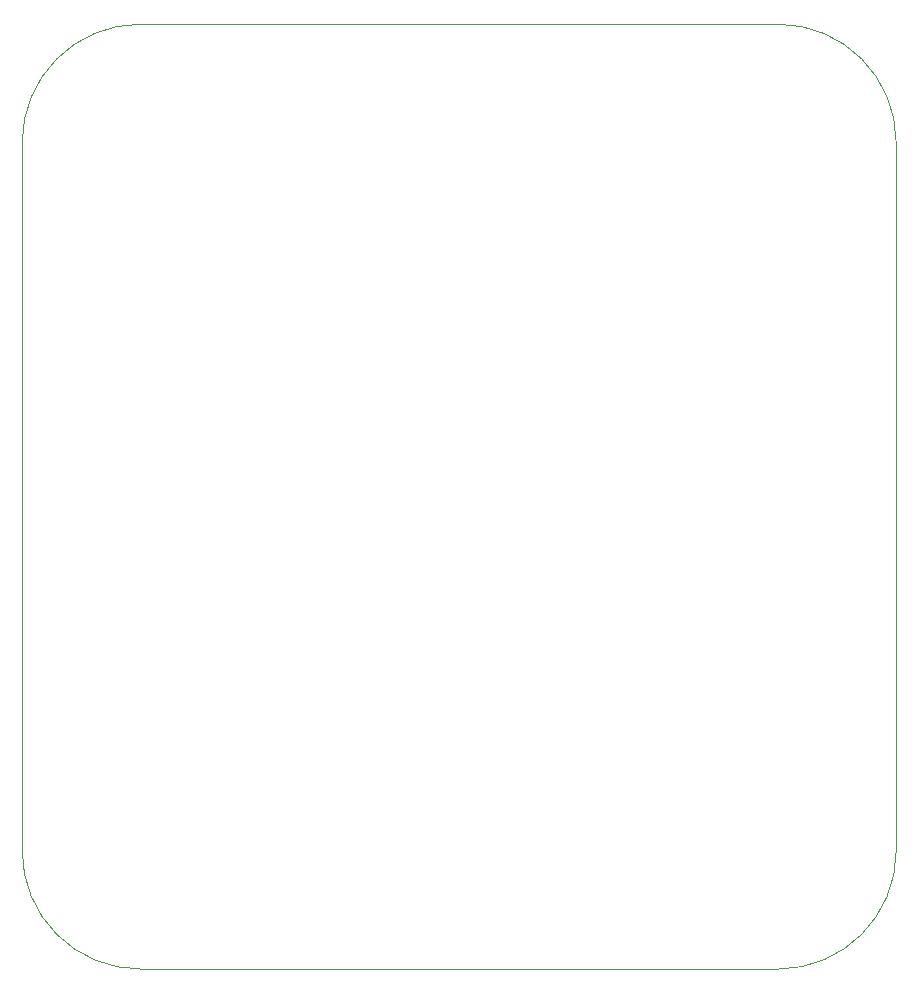
<source format=gbr>
%TF.GenerationSoftware,KiCad,Pcbnew,9.0.0*%
%TF.CreationDate,2025-03-04T06:42:26+08:00*%
%TF.ProjectId,STEC_Design,53544543-5f44-4657-9369-676e2e6b6963,0*%
%TF.SameCoordinates,Original*%
%TF.FileFunction,Profile,NP*%
%FSLAX46Y46*%
G04 Gerber Fmt 4.6, Leading zero omitted, Abs format (unit mm)*
G04 Created by KiCad (PCBNEW 9.0.0) date 2025-03-04 06:42:26*
%MOMM*%
%LPD*%
G01*
G04 APERTURE LIST*
%TA.AperFunction,Profile*%
%ADD10C,0.050000*%
%TD*%
G04 APERTURE END LIST*
D10*
X173235642Y-57765000D02*
G75*
G02*
X183235600Y-67765000I-42J-10000000D01*
G01*
X183235642Y-67765000D02*
X183235642Y-127765000D01*
X109235642Y-67765000D02*
G75*
G02*
X119235642Y-57765002I9999998J0D01*
G01*
X183235642Y-127765000D02*
G75*
G02*
X173235642Y-137765042I-10000042J0D01*
G01*
X119235642Y-137765000D02*
G75*
G02*
X109235640Y-127765000I-2J10000000D01*
G01*
X119235642Y-57765000D02*
X173235642Y-57765000D01*
X173235642Y-137765000D02*
X119235642Y-137765000D01*
X109235642Y-127765000D02*
X109235642Y-67765000D01*
M02*

</source>
